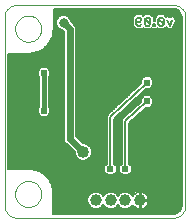
<source format=gbl>
G75*
%MOIN*%
%OFA0B0*%
%FSLAX24Y24*%
%IPPOS*%
%LPD*%
%AMOC8*
5,1,8,0,0,1.08239X$1,22.5*
%
%ADD10C,0.0000*%
%ADD11C,0.0060*%
%ADD12C,0.0397*%
%ADD13C,0.0240*%
%ADD14C,0.0160*%
%ADD15C,0.0080*%
%ADD16C,0.0320*%
%ADD17C,0.0400*%
%ADD18C,0.0240*%
D10*
X000100Y000494D02*
X000100Y006793D01*
X000102Y006832D01*
X000108Y006870D01*
X000117Y006907D01*
X000130Y006944D01*
X000147Y006979D01*
X000166Y007012D01*
X000189Y007043D01*
X000215Y007072D01*
X000244Y007098D01*
X000275Y007121D01*
X000308Y007140D01*
X000343Y007157D01*
X000380Y007170D01*
X000417Y007179D01*
X000455Y007185D01*
X000494Y007187D01*
X005737Y007187D01*
X005776Y007185D01*
X005814Y007179D01*
X005851Y007170D01*
X005888Y007157D01*
X005923Y007140D01*
X005956Y007121D01*
X005987Y007098D01*
X006016Y007072D01*
X006042Y007043D01*
X006065Y007012D01*
X006084Y006979D01*
X006101Y006944D01*
X006114Y006907D01*
X006123Y006870D01*
X006129Y006832D01*
X006131Y006793D01*
X006131Y000494D01*
X006129Y000455D01*
X006123Y000417D01*
X006114Y000380D01*
X006101Y000343D01*
X006084Y000308D01*
X006065Y000275D01*
X006042Y000244D01*
X006016Y000215D01*
X005987Y000189D01*
X005956Y000166D01*
X005923Y000147D01*
X005888Y000130D01*
X005851Y000117D01*
X005814Y000108D01*
X005776Y000102D01*
X005737Y000100D01*
X000494Y000100D01*
X000455Y000102D01*
X000417Y000108D01*
X000380Y000117D01*
X000343Y000130D01*
X000308Y000147D01*
X000275Y000166D01*
X000244Y000189D01*
X000215Y000215D01*
X000189Y000244D01*
X000166Y000275D01*
X000147Y000308D01*
X000130Y000343D01*
X000117Y000380D01*
X000108Y000417D01*
X000102Y000455D01*
X000100Y000494D01*
X000454Y000887D02*
X000456Y000928D01*
X000462Y000969D01*
X000472Y001009D01*
X000485Y001048D01*
X000502Y001085D01*
X000523Y001121D01*
X000547Y001155D01*
X000574Y001186D01*
X000603Y001214D01*
X000636Y001240D01*
X000670Y001262D01*
X000707Y001281D01*
X000745Y001296D01*
X000785Y001308D01*
X000825Y001316D01*
X000866Y001320D01*
X000908Y001320D01*
X000949Y001316D01*
X000989Y001308D01*
X001029Y001296D01*
X001067Y001281D01*
X001103Y001262D01*
X001138Y001240D01*
X001171Y001214D01*
X001200Y001186D01*
X001227Y001155D01*
X001251Y001121D01*
X001272Y001085D01*
X001289Y001048D01*
X001302Y001009D01*
X001312Y000969D01*
X001318Y000928D01*
X001320Y000887D01*
X001318Y000846D01*
X001312Y000805D01*
X001302Y000765D01*
X001289Y000726D01*
X001272Y000689D01*
X001251Y000653D01*
X001227Y000619D01*
X001200Y000588D01*
X001171Y000560D01*
X001138Y000534D01*
X001104Y000512D01*
X001067Y000493D01*
X001029Y000478D01*
X000989Y000466D01*
X000949Y000458D01*
X000908Y000454D01*
X000866Y000454D01*
X000825Y000458D01*
X000785Y000466D01*
X000745Y000478D01*
X000707Y000493D01*
X000671Y000512D01*
X000636Y000534D01*
X000603Y000560D01*
X000574Y000588D01*
X000547Y000619D01*
X000523Y000653D01*
X000502Y000689D01*
X000485Y000726D01*
X000472Y000765D01*
X000462Y000805D01*
X000456Y000846D01*
X000454Y000887D01*
X000454Y006399D02*
X000456Y006440D01*
X000462Y006481D01*
X000472Y006521D01*
X000485Y006560D01*
X000502Y006597D01*
X000523Y006633D01*
X000547Y006667D01*
X000574Y006698D01*
X000603Y006726D01*
X000636Y006752D01*
X000670Y006774D01*
X000707Y006793D01*
X000745Y006808D01*
X000785Y006820D01*
X000825Y006828D01*
X000866Y006832D01*
X000908Y006832D01*
X000949Y006828D01*
X000989Y006820D01*
X001029Y006808D01*
X001067Y006793D01*
X001103Y006774D01*
X001138Y006752D01*
X001171Y006726D01*
X001200Y006698D01*
X001227Y006667D01*
X001251Y006633D01*
X001272Y006597D01*
X001289Y006560D01*
X001302Y006521D01*
X001312Y006481D01*
X001318Y006440D01*
X001320Y006399D01*
X001318Y006358D01*
X001312Y006317D01*
X001302Y006277D01*
X001289Y006238D01*
X001272Y006201D01*
X001251Y006165D01*
X001227Y006131D01*
X001200Y006100D01*
X001171Y006072D01*
X001138Y006046D01*
X001104Y006024D01*
X001067Y006005D01*
X001029Y005990D01*
X000989Y005978D01*
X000949Y005970D01*
X000908Y005966D01*
X000866Y005966D01*
X000825Y005970D01*
X000785Y005978D01*
X000745Y005990D01*
X000707Y006005D01*
X000671Y006024D01*
X000636Y006046D01*
X000603Y006072D01*
X000574Y006100D01*
X000547Y006131D01*
X000523Y006165D01*
X000502Y006201D01*
X000485Y006238D01*
X000472Y006277D01*
X000462Y006317D01*
X000456Y006358D01*
X000454Y006399D01*
D11*
X000230Y005563D02*
X000923Y005563D01*
X000924Y005562D01*
X000936Y005563D01*
X000947Y005563D01*
X000948Y005564D01*
X001050Y005575D01*
X001053Y005574D01*
X001063Y005576D01*
X001074Y005577D01*
X001076Y005580D01*
X001176Y005606D01*
X001178Y005605D01*
X001188Y005610D01*
X001198Y005612D01*
X001200Y005615D01*
X001294Y005657D01*
X001297Y005656D01*
X001306Y005662D01*
X001316Y005666D01*
X001317Y005669D01*
X001404Y005725D01*
X001407Y005725D01*
X001414Y005732D01*
X001423Y005738D01*
X001424Y005741D01*
X001501Y005810D01*
X001504Y005810D01*
X001511Y005819D01*
X001519Y005826D01*
X001519Y005829D01*
X001584Y005909D01*
X001587Y005910D01*
X001592Y005919D01*
X001599Y005927D01*
X001598Y005930D01*
X001650Y006019D01*
X001653Y006021D01*
X001657Y006031D01*
X001662Y006040D01*
X001661Y006043D01*
X001699Y006139D01*
X001701Y006141D01*
X001703Y006151D01*
X001707Y006161D01*
X001706Y006164D01*
X001727Y006265D01*
X001730Y006267D01*
X001730Y006277D01*
X001732Y006288D01*
X001731Y006290D01*
X001736Y006392D01*
X001737Y006392D01*
X001737Y006405D01*
X001738Y006417D01*
X001737Y006418D01*
X001897Y006418D01*
X001927Y006388D02*
X001857Y006458D01*
X001819Y006550D01*
X001819Y006650D01*
X001857Y006742D01*
X001927Y006812D01*
X002019Y006850D01*
X002118Y006850D01*
X002210Y006812D01*
X002281Y006742D01*
X002319Y006650D01*
X002319Y006647D01*
X002497Y006468D01*
X002497Y002812D01*
X002732Y002577D01*
X002783Y002577D01*
X002889Y002533D01*
X002971Y002452D01*
X003015Y002345D01*
X003015Y002230D01*
X002971Y002123D01*
X002889Y002042D01*
X002783Y001998D01*
X002667Y001998D01*
X002561Y002042D01*
X002479Y002123D01*
X002435Y002230D01*
X002435Y002281D01*
X002201Y002515D01*
X002078Y002638D01*
X002078Y006294D01*
X002022Y006350D01*
X002019Y006350D01*
X001927Y006388D01*
X001996Y006360D02*
X001735Y006360D01*
X001737Y006418D02*
X001737Y007057D01*
X005683Y007057D01*
X005737Y007057D01*
X005788Y007052D01*
X005883Y007012D01*
X005956Y006939D01*
X005995Y006844D01*
X006001Y006793D01*
X006001Y000494D01*
X005995Y000442D01*
X005956Y000347D01*
X005883Y000274D01*
X005788Y000235D01*
X005737Y000230D01*
X001730Y000230D01*
X001730Y000916D01*
X001731Y000918D01*
X001730Y000929D01*
X001730Y000941D01*
X001729Y000942D01*
X001718Y001044D01*
X001719Y001046D01*
X001717Y001057D01*
X001716Y001067D01*
X001713Y001069D01*
X001687Y001169D01*
X001688Y001172D01*
X001683Y001182D01*
X001681Y001192D01*
X001678Y001193D01*
X001636Y001288D01*
X001637Y001291D01*
X001631Y001300D01*
X001627Y001309D01*
X001624Y001310D01*
X001568Y001397D01*
X001568Y001400D01*
X001561Y001408D01*
X001555Y001417D01*
X001552Y001418D01*
X001483Y001495D01*
X001483Y001497D01*
X001474Y001504D01*
X001467Y001512D01*
X001464Y001512D01*
X001384Y001577D01*
X001383Y001580D01*
X001374Y001586D01*
X001366Y001592D01*
X001363Y001592D01*
X001274Y001644D01*
X001272Y001646D01*
X001262Y001650D01*
X001253Y001656D01*
X001250Y001655D01*
X001154Y001692D01*
X001152Y001695D01*
X001142Y001697D01*
X001132Y001701D01*
X001129Y001699D01*
X001028Y001721D01*
X001026Y001723D01*
X001016Y001724D01*
X001005Y001726D01*
X001003Y001724D01*
X000901Y001730D01*
X000901Y001731D01*
X000888Y001731D01*
X000876Y001731D01*
X000875Y001731D01*
X000230Y001731D01*
X000230Y005563D01*
X000230Y005541D02*
X002078Y005541D01*
X002078Y005599D02*
X001148Y005599D01*
X001299Y005658D02*
X002078Y005658D01*
X002078Y005716D02*
X001389Y005716D01*
X001462Y005775D02*
X002078Y005775D01*
X002078Y005833D02*
X001522Y005833D01*
X001570Y005892D02*
X002078Y005892D01*
X002078Y005950D02*
X001610Y005950D01*
X001644Y006009D02*
X002078Y006009D01*
X002078Y006067D02*
X001671Y006067D01*
X001693Y006126D02*
X002078Y006126D01*
X002078Y006184D02*
X001710Y006184D01*
X001723Y006243D02*
X002078Y006243D01*
X002071Y006301D02*
X001731Y006301D01*
X001737Y006477D02*
X001849Y006477D01*
X001825Y006535D02*
X001737Y006535D01*
X001737Y006594D02*
X001819Y006594D01*
X001820Y006652D02*
X001737Y006652D01*
X001737Y006711D02*
X001844Y006711D01*
X001884Y006769D02*
X001737Y006769D01*
X001737Y006828D02*
X001965Y006828D01*
X002173Y006828D02*
X004426Y006828D01*
X004414Y006815D02*
X004370Y006772D01*
X004370Y006499D01*
X004441Y006428D01*
X004484Y006385D01*
X004670Y006385D01*
X004724Y006439D01*
X004779Y006385D01*
X004965Y006385D01*
X004989Y006409D01*
X005013Y006385D01*
X005155Y006385D01*
X005188Y006418D01*
X005221Y006385D01*
X005407Y006385D01*
X005450Y006428D01*
X005450Y006428D01*
X005479Y006457D01*
X005492Y006470D01*
X005497Y006459D01*
X005510Y006420D01*
X005519Y006416D01*
X005523Y006407D01*
X005562Y006394D01*
X005599Y006375D01*
X005608Y006379D01*
X005617Y006375D01*
X005654Y006394D01*
X005693Y006407D01*
X005698Y006416D01*
X005706Y006420D01*
X005719Y006459D01*
X005825Y006669D01*
X005793Y006764D01*
X005704Y006808D01*
X005610Y006777D01*
X005608Y006773D01*
X005607Y006777D01*
X005512Y006808D01*
X005493Y006799D01*
X005450Y006842D01*
X005407Y006885D01*
X005221Y006885D01*
X005177Y006842D01*
X005107Y006772D01*
X005107Y006668D01*
X005078Y006668D01*
X005078Y006772D01*
X005035Y006815D01*
X004965Y006885D01*
X004779Y006885D01*
X004735Y006842D01*
X004724Y006831D01*
X004713Y006842D01*
X004670Y006885D01*
X004484Y006885D01*
X004414Y006815D01*
X004370Y006769D02*
X002253Y006769D01*
X002294Y006711D02*
X004370Y006711D01*
X004370Y006652D02*
X002318Y006652D01*
X002372Y006594D02*
X004370Y006594D01*
X004370Y006535D02*
X002431Y006535D01*
X002489Y006477D02*
X004392Y006477D01*
X004451Y006418D02*
X002497Y006418D01*
X002497Y006360D02*
X006001Y006360D01*
X006001Y006418D02*
X005703Y006418D01*
X005728Y006477D02*
X006001Y006477D01*
X006001Y006535D02*
X005757Y006535D01*
X005787Y006594D02*
X006001Y006594D01*
X006001Y006652D02*
X005816Y006652D01*
X005811Y006711D02*
X006001Y006711D01*
X006001Y006769D02*
X005782Y006769D01*
X005695Y006678D02*
X005608Y006505D01*
X005522Y006678D01*
X005400Y006722D02*
X005400Y006548D01*
X005227Y006722D01*
X005227Y006548D01*
X005270Y006505D01*
X005357Y006505D01*
X005400Y006548D01*
X005440Y006418D02*
X005514Y006418D01*
X005400Y006722D02*
X005357Y006765D01*
X005270Y006765D01*
X005227Y006722D01*
X005163Y006828D02*
X005022Y006828D01*
X005078Y006769D02*
X005107Y006769D01*
X005107Y006711D02*
X005078Y006711D01*
X005177Y006842D02*
X005177Y006842D01*
X004958Y006722D02*
X004915Y006765D01*
X004828Y006765D01*
X004785Y006722D01*
X004958Y006548D01*
X004915Y006505D01*
X004828Y006505D01*
X004785Y006548D01*
X004785Y006722D01*
X004664Y006722D02*
X004664Y006678D01*
X004620Y006635D01*
X004490Y006635D01*
X004490Y006548D02*
X004490Y006722D01*
X004534Y006765D01*
X004620Y006765D01*
X004664Y006722D01*
X004664Y006548D02*
X004620Y006505D01*
X004534Y006505D01*
X004490Y006548D01*
X004703Y006418D02*
X004746Y006418D01*
X004958Y006548D02*
X004958Y006722D01*
X005062Y006548D02*
X005062Y006505D01*
X005106Y006505D01*
X005106Y006548D01*
X005062Y006548D01*
X005450Y006842D02*
X005450Y006842D01*
X005464Y006828D02*
X005997Y006828D01*
X005978Y006886D02*
X001737Y006886D01*
X001737Y006945D02*
X005951Y006945D01*
X005892Y007003D02*
X001737Y007003D01*
X002497Y006301D02*
X006001Y006301D01*
X006001Y006243D02*
X002497Y006243D01*
X002497Y006184D02*
X006001Y006184D01*
X006001Y006126D02*
X002497Y006126D01*
X002497Y006067D02*
X006001Y006067D01*
X006001Y006009D02*
X002497Y006009D01*
X002497Y005950D02*
X006001Y005950D01*
X006001Y005892D02*
X002497Y005892D01*
X002497Y005833D02*
X006001Y005833D01*
X006001Y005775D02*
X002497Y005775D01*
X002497Y005716D02*
X006001Y005716D01*
X006001Y005658D02*
X002497Y005658D01*
X002497Y005599D02*
X006001Y005599D01*
X006001Y005541D02*
X002497Y005541D01*
X002497Y005482D02*
X006001Y005482D01*
X006001Y005424D02*
X002497Y005424D01*
X002497Y005365D02*
X006001Y005365D01*
X006001Y005307D02*
X002497Y005307D01*
X002497Y005248D02*
X006001Y005248D01*
X006001Y005190D02*
X002497Y005190D01*
X002497Y005131D02*
X006001Y005131D01*
X006001Y005073D02*
X002497Y005073D01*
X002497Y005014D02*
X006001Y005014D01*
X006001Y004956D02*
X002497Y004956D01*
X002497Y004897D02*
X006001Y004897D01*
X006001Y004839D02*
X002497Y004839D01*
X002497Y004780D02*
X004733Y004780D01*
X004763Y004810D02*
X004640Y004687D01*
X004640Y004580D01*
X003579Y003574D01*
X003577Y003574D01*
X003541Y003537D01*
X003503Y003501D01*
X003503Y003499D01*
X003501Y003498D01*
X003501Y003445D01*
X003500Y003393D01*
X003501Y003392D01*
X003501Y001892D01*
X003421Y001812D01*
X003421Y001638D01*
X003544Y001515D01*
X003718Y001515D01*
X003841Y001638D01*
X003841Y001812D01*
X003761Y001892D01*
X003761Y003388D01*
X004818Y004390D01*
X004937Y004390D01*
X005060Y004513D01*
X005060Y004687D01*
X004937Y004810D01*
X004763Y004810D01*
X004675Y004722D02*
X002497Y004722D01*
X002497Y004663D02*
X004640Y004663D01*
X004640Y004605D02*
X002497Y004605D01*
X002497Y004546D02*
X004604Y004546D01*
X004543Y004488D02*
X002497Y004488D01*
X002497Y004429D02*
X004481Y004429D01*
X004419Y004371D02*
X002497Y004371D01*
X002497Y004312D02*
X004358Y004312D01*
X004296Y004254D02*
X002497Y004254D01*
X002497Y004195D02*
X004234Y004195D01*
X004173Y004137D02*
X002497Y004137D01*
X002497Y004078D02*
X004111Y004078D01*
X004049Y004020D02*
X002497Y004020D01*
X002497Y003961D02*
X003988Y003961D01*
X003926Y003903D02*
X002497Y003903D01*
X002497Y003844D02*
X003864Y003844D01*
X003803Y003786D02*
X002497Y003786D01*
X002497Y003727D02*
X003741Y003727D01*
X003679Y003669D02*
X002497Y003669D01*
X002497Y003610D02*
X003618Y003610D01*
X003555Y003552D02*
X002497Y003552D01*
X002497Y003493D02*
X003501Y003493D01*
X003501Y003435D02*
X002497Y003435D01*
X002497Y003376D02*
X003501Y003376D01*
X003501Y003318D02*
X002497Y003318D01*
X002497Y003259D02*
X003501Y003259D01*
X003501Y003201D02*
X002497Y003201D01*
X002497Y003142D02*
X003501Y003142D01*
X003501Y003084D02*
X002497Y003084D01*
X002497Y003025D02*
X003501Y003025D01*
X003501Y002967D02*
X002497Y002967D01*
X002497Y002908D02*
X003501Y002908D01*
X003501Y002850D02*
X002497Y002850D01*
X002518Y002791D02*
X003501Y002791D01*
X003501Y002733D02*
X002577Y002733D01*
X002635Y002674D02*
X003501Y002674D01*
X003501Y002616D02*
X002694Y002616D01*
X002832Y002557D02*
X003501Y002557D01*
X003501Y002499D02*
X002924Y002499D01*
X002976Y002440D02*
X003501Y002440D01*
X003501Y002382D02*
X003000Y002382D01*
X003015Y002323D02*
X003501Y002323D01*
X003501Y002265D02*
X003015Y002265D01*
X003005Y002206D02*
X003501Y002206D01*
X003501Y002148D02*
X002981Y002148D01*
X002937Y002089D02*
X003501Y002089D01*
X003501Y002031D02*
X002862Y002031D01*
X002588Y002031D02*
X000230Y002031D01*
X000230Y002089D02*
X002513Y002089D01*
X002469Y002148D02*
X000230Y002148D01*
X000230Y002206D02*
X002445Y002206D01*
X002435Y002265D02*
X000230Y002265D01*
X000230Y002323D02*
X002393Y002323D01*
X002334Y002382D02*
X000230Y002382D01*
X000230Y002440D02*
X002276Y002440D01*
X002217Y002499D02*
X000230Y002499D01*
X000230Y002557D02*
X002159Y002557D01*
X002100Y002616D02*
X000230Y002616D01*
X000230Y002674D02*
X002078Y002674D01*
X002078Y002733D02*
X000230Y002733D01*
X000230Y002791D02*
X002078Y002791D01*
X002078Y002850D02*
X000230Y002850D01*
X000230Y002908D02*
X002078Y002908D01*
X002078Y002967D02*
X000230Y002967D01*
X000230Y003025D02*
X002078Y003025D01*
X002078Y003084D02*
X000230Y003084D01*
X000230Y003142D02*
X002078Y003142D01*
X002078Y003201D02*
X000230Y003201D01*
X000230Y003259D02*
X002078Y003259D01*
X002078Y003318D02*
X000230Y003318D01*
X000230Y003376D02*
X002078Y003376D01*
X002078Y003435D02*
X000230Y003435D01*
X000230Y003493D02*
X001285Y003493D01*
X001326Y003453D02*
X001203Y003576D01*
X001203Y003749D01*
X001243Y003789D01*
X001243Y004786D01*
X001203Y004826D01*
X001203Y004999D01*
X001326Y005122D01*
X001499Y005122D01*
X001622Y004999D01*
X001622Y004826D01*
X001582Y004786D01*
X001582Y003789D01*
X001622Y003749D01*
X001622Y003576D01*
X001499Y003453D01*
X001326Y003453D01*
X001226Y003552D02*
X000230Y003552D01*
X000230Y003610D02*
X001203Y003610D01*
X001203Y003669D02*
X000230Y003669D01*
X000230Y003727D02*
X001203Y003727D01*
X001239Y003786D02*
X000230Y003786D01*
X000230Y003844D02*
X001243Y003844D01*
X001243Y003903D02*
X000230Y003903D01*
X000230Y003961D02*
X001243Y003961D01*
X001243Y004020D02*
X000230Y004020D01*
X000230Y004078D02*
X001243Y004078D01*
X001243Y004137D02*
X000230Y004137D01*
X000230Y004195D02*
X001243Y004195D01*
X001243Y004254D02*
X000230Y004254D01*
X000230Y004312D02*
X001243Y004312D01*
X001243Y004371D02*
X000230Y004371D01*
X000230Y004429D02*
X001243Y004429D01*
X001243Y004488D02*
X000230Y004488D01*
X000230Y004546D02*
X001243Y004546D01*
X001243Y004605D02*
X000230Y004605D01*
X000230Y004663D02*
X001243Y004663D01*
X001243Y004722D02*
X000230Y004722D01*
X000230Y004780D02*
X001243Y004780D01*
X001203Y004839D02*
X000230Y004839D01*
X000230Y004897D02*
X001203Y004897D01*
X001203Y004956D02*
X000230Y004956D01*
X000230Y005014D02*
X001217Y005014D01*
X001276Y005073D02*
X000230Y005073D01*
X000230Y005131D02*
X002078Y005131D01*
X002078Y005073D02*
X001549Y005073D01*
X001608Y005014D02*
X002078Y005014D01*
X002078Y004956D02*
X001622Y004956D01*
X001622Y004897D02*
X002078Y004897D01*
X002078Y004839D02*
X001622Y004839D01*
X001582Y004780D02*
X002078Y004780D01*
X002078Y004722D02*
X001582Y004722D01*
X001582Y004663D02*
X002078Y004663D01*
X002078Y004605D02*
X001582Y004605D01*
X001582Y004546D02*
X002078Y004546D01*
X002078Y004488D02*
X001582Y004488D01*
X001582Y004429D02*
X002078Y004429D01*
X002078Y004371D02*
X001582Y004371D01*
X001582Y004312D02*
X002078Y004312D01*
X002078Y004254D02*
X001582Y004254D01*
X001582Y004195D02*
X002078Y004195D01*
X002078Y004137D02*
X001582Y004137D01*
X001582Y004078D02*
X002078Y004078D01*
X002078Y004020D02*
X001582Y004020D01*
X001582Y003961D02*
X002078Y003961D01*
X002078Y003903D02*
X001582Y003903D01*
X001582Y003844D02*
X002078Y003844D01*
X002078Y003786D02*
X001586Y003786D01*
X001622Y003727D02*
X002078Y003727D01*
X002078Y003669D02*
X001622Y003669D01*
X001622Y003610D02*
X002078Y003610D01*
X002078Y003552D02*
X001598Y003552D01*
X001540Y003493D02*
X002078Y003493D01*
X003464Y001855D02*
X000230Y001855D01*
X000230Y001797D02*
X003421Y001797D01*
X003421Y001738D02*
X000230Y001738D01*
X000230Y001914D02*
X003501Y001914D01*
X003501Y001972D02*
X000230Y001972D01*
X001187Y001680D02*
X003421Y001680D01*
X003438Y001621D02*
X001313Y001621D01*
X001403Y001563D02*
X003497Y001563D01*
X003766Y001563D02*
X003997Y001563D01*
X004044Y001515D02*
X004218Y001515D01*
X004341Y001638D01*
X004341Y001812D01*
X004261Y001892D01*
X004261Y003261D01*
X004813Y003765D01*
X004937Y003765D01*
X005060Y003888D01*
X005060Y004062D01*
X004937Y004185D01*
X004763Y004185D01*
X004640Y004062D01*
X004640Y003959D01*
X004081Y003449D01*
X004077Y003449D01*
X004041Y003413D01*
X004004Y003378D01*
X004004Y003375D01*
X004001Y003373D01*
X004001Y003322D01*
X003999Y003271D01*
X004001Y003268D01*
X004001Y001892D01*
X003921Y001812D01*
X003921Y001638D01*
X004044Y001515D01*
X003938Y001621D02*
X003824Y001621D01*
X003841Y001680D02*
X003921Y001680D01*
X003921Y001738D02*
X003841Y001738D01*
X003841Y001797D02*
X003921Y001797D01*
X003964Y001855D02*
X003798Y001855D01*
X003761Y001914D02*
X004001Y001914D01*
X004001Y001972D02*
X003761Y001972D01*
X003761Y002031D02*
X004001Y002031D01*
X004001Y002089D02*
X003761Y002089D01*
X003761Y002148D02*
X004001Y002148D01*
X004001Y002206D02*
X003761Y002206D01*
X003761Y002265D02*
X004001Y002265D01*
X004001Y002323D02*
X003761Y002323D01*
X003761Y002382D02*
X004001Y002382D01*
X004001Y002440D02*
X003761Y002440D01*
X003761Y002499D02*
X004001Y002499D01*
X004001Y002557D02*
X003761Y002557D01*
X003761Y002616D02*
X004001Y002616D01*
X004001Y002674D02*
X003761Y002674D01*
X003761Y002733D02*
X004001Y002733D01*
X004001Y002791D02*
X003761Y002791D01*
X003761Y002850D02*
X004001Y002850D01*
X004001Y002908D02*
X003761Y002908D01*
X003761Y002967D02*
X004001Y002967D01*
X004001Y003025D02*
X003761Y003025D01*
X003761Y003084D02*
X004001Y003084D01*
X004001Y003142D02*
X003761Y003142D01*
X003761Y003201D02*
X004001Y003201D01*
X004001Y003259D02*
X003761Y003259D01*
X003761Y003318D02*
X004001Y003318D01*
X004004Y003376D02*
X003761Y003376D01*
X003810Y003435D02*
X004063Y003435D01*
X004129Y003493D02*
X003872Y003493D01*
X003934Y003552D02*
X004193Y003552D01*
X004257Y003610D02*
X003995Y003610D01*
X004057Y003669D02*
X004322Y003669D01*
X004386Y003727D02*
X004119Y003727D01*
X004180Y003786D02*
X004450Y003786D01*
X004514Y003844D02*
X004242Y003844D01*
X004304Y003903D02*
X004578Y003903D01*
X004640Y003961D02*
X004365Y003961D01*
X004427Y004020D02*
X004640Y004020D01*
X004656Y004078D02*
X004489Y004078D01*
X004550Y004137D02*
X004715Y004137D01*
X004674Y004254D02*
X006001Y004254D01*
X006001Y004312D02*
X004735Y004312D01*
X004797Y004371D02*
X006001Y004371D01*
X006001Y004429D02*
X004976Y004429D01*
X005035Y004488D02*
X006001Y004488D01*
X006001Y004546D02*
X005060Y004546D01*
X005060Y004605D02*
X006001Y004605D01*
X006001Y004663D02*
X005060Y004663D01*
X005025Y004722D02*
X006001Y004722D01*
X006001Y004780D02*
X004967Y004780D01*
X004985Y004137D02*
X006001Y004137D01*
X006001Y004195D02*
X004612Y004195D01*
X004771Y003727D02*
X006001Y003727D01*
X006001Y003669D02*
X004707Y003669D01*
X004643Y003610D02*
X006001Y003610D01*
X006001Y003552D02*
X004579Y003552D01*
X004515Y003493D02*
X006001Y003493D01*
X006001Y003435D02*
X004451Y003435D01*
X004387Y003376D02*
X006001Y003376D01*
X006001Y003318D02*
X004323Y003318D01*
X004261Y003259D02*
X006001Y003259D01*
X006001Y003201D02*
X004261Y003201D01*
X004261Y003142D02*
X006001Y003142D01*
X006001Y003084D02*
X004261Y003084D01*
X004261Y003025D02*
X006001Y003025D01*
X006001Y002967D02*
X004261Y002967D01*
X004261Y002908D02*
X006001Y002908D01*
X006001Y002850D02*
X004261Y002850D01*
X004261Y002791D02*
X006001Y002791D01*
X006001Y002733D02*
X004261Y002733D01*
X004261Y002674D02*
X006001Y002674D01*
X006001Y002616D02*
X004261Y002616D01*
X004261Y002557D02*
X006001Y002557D01*
X006001Y002499D02*
X004261Y002499D01*
X004261Y002440D02*
X006001Y002440D01*
X006001Y002382D02*
X004261Y002382D01*
X004261Y002323D02*
X006001Y002323D01*
X006001Y002265D02*
X004261Y002265D01*
X004261Y002206D02*
X006001Y002206D01*
X006001Y002148D02*
X004261Y002148D01*
X004261Y002089D02*
X006001Y002089D01*
X006001Y002031D02*
X004261Y002031D01*
X004261Y001972D02*
X006001Y001972D01*
X006001Y001914D02*
X004261Y001914D01*
X004298Y001855D02*
X006001Y001855D01*
X006001Y001797D02*
X004341Y001797D01*
X004341Y001738D02*
X006001Y001738D01*
X006001Y001680D02*
X004341Y001680D01*
X004324Y001621D02*
X006001Y001621D01*
X006001Y001563D02*
X004266Y001563D01*
X004185Y000968D02*
X004070Y000968D01*
X003964Y000924D01*
X003883Y000842D01*
X003881Y000839D01*
X003880Y000842D01*
X003799Y000924D01*
X003693Y000968D01*
X003578Y000968D01*
X003472Y000924D01*
X003391Y000842D01*
X003389Y000839D01*
X003388Y000842D01*
X003306Y000924D01*
X003200Y000968D01*
X003086Y000968D01*
X002980Y000924D01*
X002899Y000842D01*
X002855Y000736D01*
X002855Y000622D01*
X002899Y000516D01*
X002980Y000435D01*
X003086Y000391D01*
X003200Y000391D01*
X003306Y000435D01*
X003388Y000516D01*
X003389Y000519D01*
X003391Y000516D01*
X003472Y000435D01*
X003578Y000391D01*
X003693Y000391D01*
X003799Y000435D01*
X003880Y000516D01*
X003881Y000519D01*
X003883Y000516D01*
X003964Y000435D01*
X004070Y000391D01*
X004185Y000391D01*
X004291Y000435D01*
X004372Y000516D01*
X004376Y000525D01*
X004395Y000495D01*
X004436Y000455D01*
X004483Y000423D01*
X004535Y000402D01*
X004591Y000391D01*
X004600Y000391D01*
X004600Y000660D01*
X004639Y000660D01*
X004639Y000698D01*
X004908Y000698D01*
X004908Y000707D01*
X004897Y000763D01*
X004875Y000816D01*
X004843Y000863D01*
X004803Y000903D01*
X004756Y000935D01*
X004704Y000956D01*
X004648Y000968D01*
X004639Y000968D01*
X004639Y000698D01*
X004600Y000698D01*
X004600Y000968D01*
X004591Y000968D01*
X004535Y000956D01*
X004483Y000935D01*
X004436Y000903D01*
X004395Y000863D01*
X004376Y000833D01*
X004372Y000842D01*
X004291Y000924D01*
X004185Y000968D01*
X004295Y000919D02*
X004459Y000919D01*
X004394Y000861D02*
X004354Y000861D01*
X004600Y000861D02*
X004639Y000861D01*
X004639Y000919D02*
X004600Y000919D01*
X004600Y000802D02*
X004639Y000802D01*
X004639Y000744D02*
X004600Y000744D01*
X004639Y000685D02*
X006001Y000685D01*
X006001Y000627D02*
X004903Y000627D01*
X004908Y000651D02*
X004908Y000660D01*
X004639Y000660D01*
X004639Y000391D01*
X004648Y000391D01*
X004704Y000402D01*
X004756Y000423D01*
X004803Y000455D01*
X004843Y000495D01*
X004875Y000542D01*
X004897Y000595D01*
X004908Y000651D01*
X004886Y000568D02*
X006001Y000568D01*
X006001Y000510D02*
X004853Y000510D01*
X004797Y000451D02*
X005996Y000451D01*
X005975Y000393D02*
X004657Y000393D01*
X004639Y000393D02*
X004600Y000393D01*
X004582Y000393D02*
X004189Y000393D01*
X004065Y000393D02*
X003697Y000393D01*
X003573Y000393D02*
X003205Y000393D01*
X003081Y000393D02*
X001730Y000393D01*
X001730Y000451D02*
X002963Y000451D01*
X002905Y000510D02*
X001730Y000510D01*
X001730Y000568D02*
X002877Y000568D01*
X002855Y000627D02*
X001730Y000627D01*
X001730Y000685D02*
X002855Y000685D01*
X002858Y000744D02*
X001730Y000744D01*
X001730Y000802D02*
X002882Y000802D01*
X002917Y000861D02*
X001730Y000861D01*
X001731Y000919D02*
X002975Y000919D01*
X003311Y000919D02*
X003467Y000919D01*
X003409Y000861D02*
X003370Y000861D01*
X003381Y000510D02*
X003397Y000510D01*
X003455Y000451D02*
X003323Y000451D01*
X003815Y000451D02*
X003948Y000451D01*
X003889Y000510D02*
X003873Y000510D01*
X003862Y000861D02*
X003901Y000861D01*
X003959Y000919D02*
X003803Y000919D01*
X004307Y000451D02*
X004442Y000451D01*
X004386Y000510D02*
X004366Y000510D01*
X004600Y000510D02*
X004639Y000510D01*
X004639Y000568D02*
X004600Y000568D01*
X004600Y000627D02*
X004639Y000627D01*
X004639Y000451D02*
X004600Y000451D01*
X004901Y000744D02*
X006001Y000744D01*
X006001Y000802D02*
X004881Y000802D01*
X004845Y000861D02*
X006001Y000861D01*
X006001Y000919D02*
X004780Y000919D01*
X005884Y000276D02*
X001730Y000276D01*
X001730Y000334D02*
X005943Y000334D01*
X006001Y000978D02*
X001725Y000978D01*
X001719Y001036D02*
X006001Y001036D01*
X006001Y001095D02*
X001707Y001095D01*
X001691Y001153D02*
X006001Y001153D01*
X006001Y001212D02*
X001670Y001212D01*
X001644Y001270D02*
X006001Y001270D01*
X006001Y001329D02*
X001612Y001329D01*
X001574Y001387D02*
X006001Y001387D01*
X006001Y001446D02*
X001527Y001446D01*
X001475Y001504D02*
X006001Y001504D01*
X006001Y003786D02*
X004958Y003786D01*
X005016Y003844D02*
X006001Y003844D01*
X006001Y003903D02*
X005060Y003903D01*
X005060Y003961D02*
X006001Y003961D01*
X006001Y004020D02*
X005060Y004020D01*
X005044Y004078D02*
X006001Y004078D01*
X002078Y005190D02*
X000230Y005190D01*
X000230Y005248D02*
X002078Y005248D01*
X002078Y005307D02*
X000230Y005307D01*
X000230Y005365D02*
X002078Y005365D01*
X002078Y005424D02*
X000230Y005424D01*
X000230Y005482D02*
X002078Y005482D01*
D12*
X003143Y000679D03*
X003635Y000679D03*
X004127Y000679D03*
X004619Y000679D03*
D13*
X004631Y001163D03*
X004631Y001538D03*
X004131Y001725D03*
X003631Y001725D03*
X003881Y001163D03*
X003350Y001163D03*
X001413Y002413D03*
X001413Y002913D03*
X001413Y003663D03*
X001413Y004913D03*
X001913Y006225D03*
X002819Y004538D03*
X003194Y003756D03*
X003569Y004538D03*
X004100Y005069D03*
X004850Y004600D03*
X004850Y003975D03*
X005225Y006225D03*
X004100Y006225D03*
D14*
X001413Y004913D02*
X001413Y003663D01*
D15*
X003631Y003444D02*
X003631Y001725D01*
X004131Y001725D02*
X004131Y003319D01*
X004850Y003975D01*
X004850Y004600D02*
X003631Y003444D01*
D16*
X002069Y006600D03*
D17*
X002725Y002288D03*
D18*
X002288Y002725D01*
X002288Y006381D01*
X002069Y006600D01*
M02*

</source>
